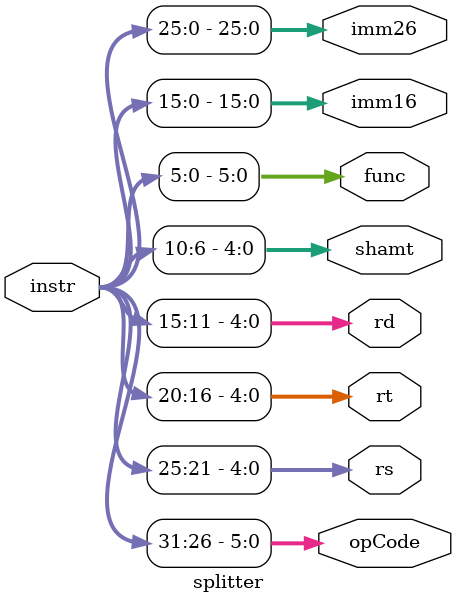
<source format=v>
`timescale 1ns / 1ps

module splitter(
	input [31:0] instr,
	output [5:0] opCode,
	output [4:0] rs, 
	output [4:0] rt,
	output [4:0] rd,
	output [4:0] shamt,
	output [5:0] func,
	output [15:0] imm16,
	output [25:0] imm26
    );

	assign opCode = {instr[31:26]};
	assign rs = {instr[25:21]};
	 assign rt = {instr[20:16]};
	 assign rd = {instr[15:11]};
	 assign shamt = {instr[10:6]};
	 assign func = {instr[5:0]};
	 assign imm16 = {instr[15:0]};
	 assign imm26 = {instr[25:0]};

endmodule

</source>
